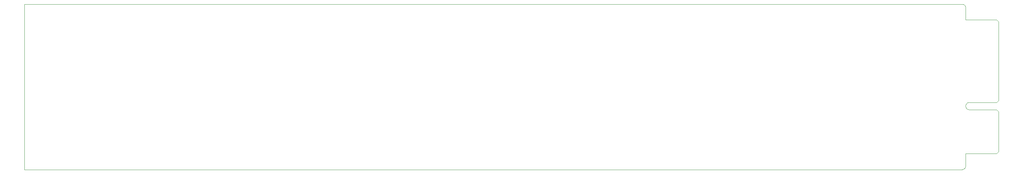
<source format=gm1>
%TF.GenerationSoftware,KiCad,Pcbnew,9.0.2*%
%TF.CreationDate,2025-06-03T00:46:39+06:00*%
%TF.ProjectId,OPI CM5 Blade board,4f504920-434d-4352-9042-6c6164652062,rev?*%
%TF.SameCoordinates,Original*%
%TF.FileFunction,Profile,NP*%
%FSLAX46Y46*%
G04 Gerber Fmt 4.6, Leading zero omitted, Abs format (unit mm)*
G04 Created by KiCad (PCBNEW 9.0.2) date 2025-06-03 00:46:39*
%MOMM*%
%LPD*%
G01*
G04 APERTURE LIST*
%TA.AperFunction,Profile*%
%ADD10C,0.100000*%
%TD*%
G04 APERTURE END LIST*
D10*
X30702000Y-70653000D02*
X271373498Y-70625999D01*
X271373434Y-28162218D02*
G75*
G02*
X272259000Y-29128670I-34J-888982D01*
G01*
X30702000Y-28153000D02*
X271373434Y-28162218D01*
X272259000Y-32182000D02*
X272259000Y-29128670D01*
X272259000Y-66482000D02*
X272244565Y-69762592D01*
X30702000Y-28153000D02*
X30702000Y-70653000D01*
X272244565Y-69762592D02*
G75*
G02*
X271373498Y-70626000I-871165J7792D01*
G01*
%TO.C,J4*%
X272259000Y-32182000D02*
X280159000Y-32182000D01*
X272259000Y-66482000D02*
X280159000Y-66482000D01*
X273209000Y-53382000D02*
X280159000Y-53382000D01*
X273209000Y-55282000D02*
X280159000Y-55282000D01*
X280159000Y-32182000D02*
X280659000Y-32682000D01*
X280159000Y-53382000D02*
X280659000Y-52882000D01*
X280159000Y-55282000D02*
X280659000Y-55782000D01*
X280159000Y-66482000D02*
X280659000Y-65982000D01*
X280659000Y-52882000D02*
X280659000Y-32682000D01*
X280659000Y-65982000D02*
X280659000Y-55782000D01*
X273209000Y-55282000D02*
G75*
G02*
X273209000Y-53382000I0J950000D01*
G01*
%TD*%
M02*

</source>
